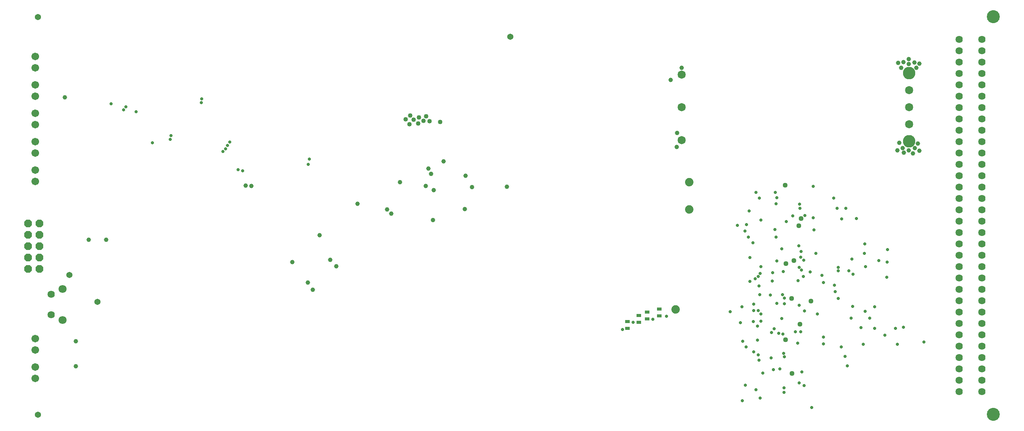
<source format=gbr>
G04 Layer_Color=16711935*
%FSLAX45Y45*%
%MOMM*%
%TF.FileFunction,Soldermask,Bot*%
%TF.Part,Single*%
G01*
G75*
%TA.AperFunction,ViaPad*%
%ADD47C,1.01600*%
%TA.AperFunction,SMDPad,CuDef*%
%ADD64R,1.00160X0.80160*%
%TA.AperFunction,ViaPad*%
%ADD81C,1.37160*%
%TA.AperFunction,ComponentPad*%
%ADD82C,1.62560*%
%ADD83C,1.80160*%
%ADD84C,1.70160*%
G04:AMPARAMS|DCode=85|XSize=1.6764mm|YSize=1.6764mm|CornerRadius=0mm|HoleSize=0mm|Usage=FLASHONLY|Rotation=90.000|XOffset=0mm|YOffset=0mm|HoleType=Round|Shape=Octagon|*
%AMOCTAGOND85*
4,1,8,0.41910,0.83820,-0.41910,0.83820,-0.83820,0.41910,-0.83820,-0.41910,-0.41910,-0.83820,0.41910,-0.83820,0.83820,-0.41910,0.83820,0.41910,0.41910,0.83820,0.0*
%
%ADD85OCTAGOND85*%

%ADD86C,2.90160*%
%ADD87C,1.82560*%
%ADD88C,2.80160*%
%TA.AperFunction,ViaPad*%
%ADD89C,1.00160*%
%ADD90C,0.73660*%
%ADD91C,1.87960*%
%ADD92C,1.11760*%
D47*
X19265900Y22352000D02*
D03*
X18813780Y22291040D02*
D03*
X19027139Y22435820D02*
D03*
X18729961Y22400259D02*
D03*
X19189700Y22466299D02*
D03*
X18831560Y22481540D02*
D03*
X19497040Y22341840D02*
D03*
X18907761Y22387560D02*
D03*
X19128740Y22362160D02*
D03*
X19006821Y22303740D02*
D03*
D64*
X23939500Y18007401D02*
D03*
Y17857401D02*
D03*
X24124921Y18083600D02*
D03*
Y17933600D02*
D03*
X24394160Y18152180D02*
D03*
Y18002180D02*
D03*
X23685500Y17872780D02*
D03*
Y17722780D02*
D03*
D81*
X10515600Y15791180D02*
D03*
Y24681180D02*
D03*
X11846580Y18315961D02*
D03*
X11221720Y18917920D02*
D03*
X21066760Y24244299D02*
D03*
D82*
X10815280Y18482520D02*
D03*
Y18032520D02*
D03*
X31089600Y16311880D02*
D03*
Y16565880D02*
D03*
Y16819881D02*
D03*
Y17073880D02*
D03*
Y17327879D02*
D03*
Y17581880D02*
D03*
Y17835880D02*
D03*
Y18089880D02*
D03*
Y18343880D02*
D03*
Y18597881D02*
D03*
Y18851880D02*
D03*
Y19105881D02*
D03*
Y19359880D02*
D03*
Y19613879D02*
D03*
Y19867880D02*
D03*
Y20121880D02*
D03*
Y20375880D02*
D03*
Y20629880D02*
D03*
Y20883881D02*
D03*
Y21137880D02*
D03*
Y21391879D02*
D03*
Y21645880D02*
D03*
Y21899879D02*
D03*
Y22153880D02*
D03*
Y22407880D02*
D03*
Y22661880D02*
D03*
Y22915880D02*
D03*
Y23169881D02*
D03*
Y23423880D02*
D03*
Y23677879D02*
D03*
Y23931880D02*
D03*
Y24185880D02*
D03*
X31597601Y16311880D02*
D03*
Y16565880D02*
D03*
Y16819881D02*
D03*
Y17073880D02*
D03*
Y17327879D02*
D03*
Y17581880D02*
D03*
Y17835880D02*
D03*
Y18089880D02*
D03*
Y18343880D02*
D03*
Y18597881D02*
D03*
Y18851880D02*
D03*
Y19105881D02*
D03*
Y19359880D02*
D03*
Y19613879D02*
D03*
Y19867880D02*
D03*
Y20121880D02*
D03*
Y20375880D02*
D03*
Y20629880D02*
D03*
Y20883881D02*
D03*
Y21137880D02*
D03*
Y21391879D02*
D03*
Y21645880D02*
D03*
Y21899879D02*
D03*
Y22153880D02*
D03*
Y22407880D02*
D03*
Y22661880D02*
D03*
Y22915880D02*
D03*
Y23169881D02*
D03*
Y23423880D02*
D03*
Y23677879D02*
D03*
Y23931880D02*
D03*
Y24185880D02*
D03*
D83*
X11064280Y17907021D02*
D03*
Y18608020D02*
D03*
D84*
X10454640Y21645880D02*
D03*
Y21899879D02*
D03*
Y23550880D02*
D03*
Y23804880D02*
D03*
Y17238980D02*
D03*
Y17492979D02*
D03*
Y16603979D02*
D03*
Y16857980D02*
D03*
Y21264880D02*
D03*
Y21010880D02*
D03*
Y23169881D02*
D03*
Y22915880D02*
D03*
Y22280881D02*
D03*
Y22534880D02*
D03*
D85*
X10299701Y20071080D02*
D03*
X10553701D02*
D03*
Y19817081D02*
D03*
X10299701D02*
D03*
Y19563080D02*
D03*
X10553701D02*
D03*
X10299701Y19309081D02*
D03*
X10553701D02*
D03*
X10299701Y19055080D02*
D03*
X10553701D02*
D03*
D86*
X31851599Y15803880D02*
D03*
Y24693880D02*
D03*
D87*
X24892000Y21934419D02*
D03*
Y23394420D02*
D03*
Y22664420D02*
D03*
X29972000Y22285420D02*
D03*
Y22666420D02*
D03*
Y23047420D02*
D03*
D88*
Y21904420D02*
D03*
Y23428419D02*
D03*
D89*
X20053300Y20393660D02*
D03*
X19357339Y20812759D02*
D03*
X19337019Y20142200D02*
D03*
X11120120Y22890480D02*
D03*
X20990559Y20888960D02*
D03*
X20210780Y20883881D02*
D03*
X18409920Y20292059D02*
D03*
X18315939Y20380960D02*
D03*
X17178020Y19108420D02*
D03*
X17045940Y19253200D02*
D03*
X16657320Y18587720D02*
D03*
X16543021Y18750281D02*
D03*
X11366500Y16878300D02*
D03*
Y17434560D02*
D03*
X18603600Y20988660D02*
D03*
X17658080Y20505420D02*
D03*
X16804640Y19806920D02*
D03*
X16200121Y19202400D02*
D03*
X11653171Y19708209D02*
D03*
X12039949D02*
D03*
X19293840Y21178520D02*
D03*
X19234779Y21294720D02*
D03*
X24894540Y23550880D02*
D03*
X24650700Y23276559D02*
D03*
X15283180Y20909280D02*
D03*
X15156180Y20914360D02*
D03*
X24792940Y22092920D02*
D03*
X24782780Y21783040D02*
D03*
X29964380Y23632159D02*
D03*
X30137100Y23550880D02*
D03*
X29799280D02*
D03*
X29850079Y23672800D02*
D03*
X30091379Y23665179D02*
D03*
X29728159Y23660100D02*
D03*
X29961841Y23741380D02*
D03*
X30203140Y23639780D02*
D03*
X29961841Y21704300D02*
D03*
X29827219Y21757640D02*
D03*
X30098999Y21752560D02*
D03*
X30060901Y21638260D02*
D03*
X29855161Y21650960D02*
D03*
X30167581Y21859241D02*
D03*
X29753561Y21869400D02*
D03*
X29715460Y21706841D02*
D03*
X30203140Y21696680D02*
D03*
X19177620Y20908659D02*
D03*
X20068539Y21135339D02*
D03*
X19575780Y21460460D02*
D03*
D90*
X26205179Y17848579D02*
D03*
X25979120Y18100040D02*
D03*
X12151360Y22743159D02*
D03*
X12428220Y22611079D02*
D03*
X12481560Y22679660D02*
D03*
X12712700Y22567900D02*
D03*
X14805000Y21887180D02*
D03*
X14755013Y21810980D02*
D03*
X14705000Y21739861D02*
D03*
X26344879Y20040601D02*
D03*
X26139139Y20022820D02*
D03*
X26240741Y18204179D02*
D03*
X16551947Y21391879D02*
D03*
X29202380Y18209261D02*
D03*
X29474161Y18867120D02*
D03*
X28976321Y19400520D02*
D03*
X27889200Y19397980D02*
D03*
X28696921Y19270979D02*
D03*
X27561539Y19441161D02*
D03*
X27642819Y20243800D02*
D03*
X28559760Y20403819D02*
D03*
X27132281Y19504660D02*
D03*
X26504901Y18117821D02*
D03*
X26662381Y18046700D02*
D03*
X26311859Y19903439D02*
D03*
X26484579Y19634200D02*
D03*
X26553159Y20767039D02*
D03*
X26626819Y20634959D02*
D03*
X26664920Y19103340D02*
D03*
X29486859Y19204939D02*
D03*
X28387039Y18394679D02*
D03*
X27515820Y18242281D02*
D03*
X26878281Y18470880D02*
D03*
X26642059Y18475960D02*
D03*
X28676599Y17955260D02*
D03*
X28389581Y19085561D02*
D03*
Y19006821D02*
D03*
X28303220Y18686780D02*
D03*
X28320999Y18544540D02*
D03*
X27513281Y19568159D02*
D03*
X27020520Y19232880D02*
D03*
X27553922Y19316701D02*
D03*
X26923999Y18971260D02*
D03*
X27023059Y18285460D02*
D03*
X27188574Y18272760D02*
D03*
X27188159Y18399760D02*
D03*
X28059381Y18745200D02*
D03*
X28369260Y20403819D02*
D03*
X27063699Y17617439D02*
D03*
X27142441Y18478500D02*
D03*
X28625800Y19006821D02*
D03*
X27533600Y20408900D02*
D03*
X27525980Y20502879D02*
D03*
X27376120Y20238721D02*
D03*
X26659839Y20144740D02*
D03*
X28981400Y19608800D02*
D03*
X29489401Y19486880D02*
D03*
X27233881Y20109180D02*
D03*
X26601419Y18884900D02*
D03*
X26649680Y18948399D02*
D03*
X26893521Y17061180D02*
D03*
X26974799Y19931380D02*
D03*
X26555701Y16352521D02*
D03*
X26499820Y17195799D02*
D03*
X27800299Y15951199D02*
D03*
X27005280Y19763741D02*
D03*
X28290521Y20632420D02*
D03*
X29428439Y17569180D02*
D03*
X28948380Y17371060D02*
D03*
X28595319Y16883380D02*
D03*
X28544519Y17094200D02*
D03*
X28895041Y17744440D02*
D03*
X27482800Y17396460D02*
D03*
X28064459Y17378680D02*
D03*
X29850079Y17746980D02*
D03*
X29712921Y17371060D02*
D03*
X30307281Y17416780D02*
D03*
X28996640Y19105881D02*
D03*
X29293820Y19240500D02*
D03*
X28719781Y18930620D02*
D03*
X27518359Y19090640D02*
D03*
X27556461Y17650459D02*
D03*
X29207458Y17724120D02*
D03*
X29672281D02*
D03*
X28709619Y18216879D02*
D03*
X28994101Y18106149D02*
D03*
X29090619Y17952721D02*
D03*
X27609799Y18887440D02*
D03*
X27571701Y19024600D02*
D03*
X27515820Y16507460D02*
D03*
X28059381Y17528540D02*
D03*
X27640280Y18112740D02*
D03*
X27625040Y16449040D02*
D03*
X27767279Y18983960D02*
D03*
X28455621Y17305020D02*
D03*
X27927301Y18044160D02*
D03*
X26939240Y16802100D02*
D03*
X27086560Y16819881D02*
D03*
X26591260Y17457420D02*
D03*
X26588721Y17774921D02*
D03*
X27129739Y17942560D02*
D03*
X27180539Y16398241D02*
D03*
Y16289020D02*
D03*
X27185620Y17086580D02*
D03*
X27170380Y17165320D02*
D03*
X26962100Y17711420D02*
D03*
X26903680Y17632680D02*
D03*
X26504901Y18267680D02*
D03*
X26337259Y17312640D02*
D03*
X14988541Y21275040D02*
D03*
X15092680Y21249640D02*
D03*
X13075920Y21869400D02*
D03*
X13487399Y22029420D02*
D03*
X13472160Y21948140D02*
D03*
X16578580Y21506180D02*
D03*
X14170660Y22771100D02*
D03*
X14172032Y22851212D02*
D03*
X27829922Y20902121D02*
D03*
X27005280Y20507961D02*
D03*
X27023059Y20642580D02*
D03*
X26984961Y20767039D02*
D03*
X27848560Y19926300D02*
D03*
X27619958Y19250661D02*
D03*
X27579321Y16753841D02*
D03*
X26644601Y16165154D02*
D03*
X26624280Y17015460D02*
D03*
X26659839Y17886681D02*
D03*
X27432001Y17645380D02*
D03*
X26603961Y18122900D02*
D03*
X26921460Y18778220D02*
D03*
X28470859Y20167599D02*
D03*
X28798520Y20177760D02*
D03*
X28029510Y18912939D02*
D03*
X27495499Y18793460D02*
D03*
X27162076Y18989725D02*
D03*
X26624280Y18674080D02*
D03*
X27829184Y20198741D02*
D03*
X26385519Y19766280D02*
D03*
X26397534Y20351164D02*
D03*
X26418539Y19303406D02*
D03*
X26317117Y16456900D02*
D03*
X26258521Y17437100D02*
D03*
X27152600Y17599660D02*
D03*
X26537921Y18831560D02*
D03*
X26416000Y18775681D02*
D03*
X26245358Y16104459D02*
D03*
X26708099Y16720821D02*
D03*
X23576280Y17701260D02*
D03*
X23809959Y17858740D02*
D03*
X24249380Y17924780D02*
D03*
X24551640Y17998441D02*
D03*
X26603961Y17134840D02*
D03*
X26492200Y17876520D02*
D03*
X14650720Y21676360D02*
D03*
D91*
X24759920Y18143221D02*
D03*
X25062180Y20383501D02*
D03*
X25059641Y20993100D02*
D03*
D92*
X27208481Y20927060D02*
D03*
X27510739Y20017740D02*
D03*
X27559000Y20180299D02*
D03*
X27401520Y19237959D02*
D03*
X27782520Y18336259D02*
D03*
X27538681Y17820641D02*
D03*
X27221179Y19174460D02*
D03*
X27353259Y18394679D02*
D03*
X27213559Y17472659D02*
D03*
X27355801Y16715739D02*
D03*
%TF.MD5,71bdd6f52ac0b3b829b7536aa9059505*%
M02*

</source>
